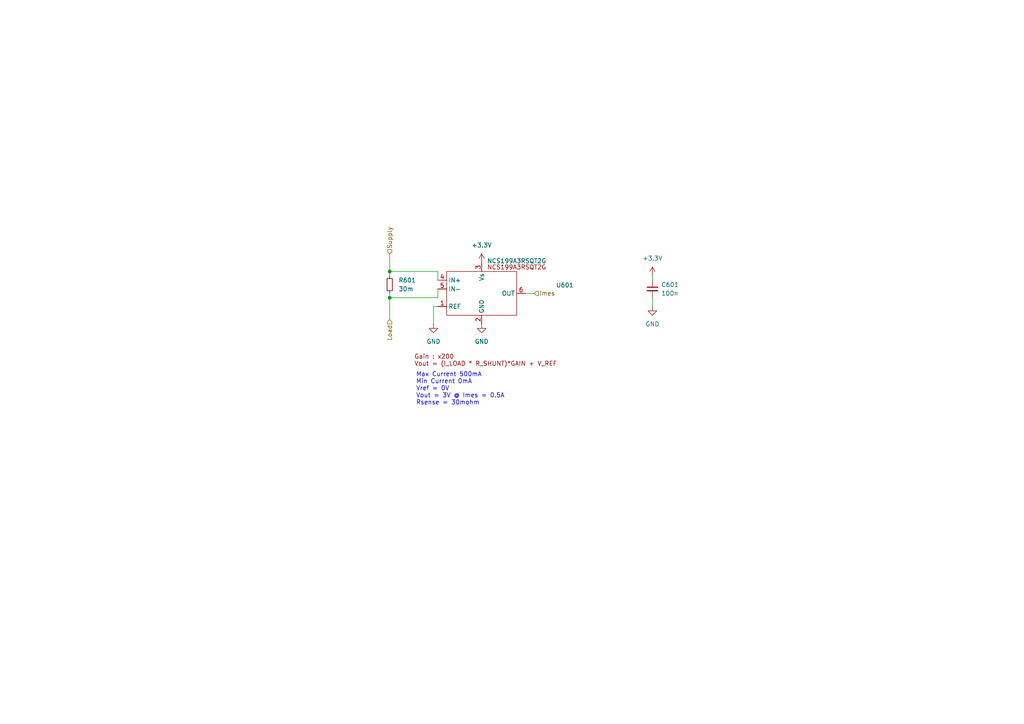
<source format=kicad_sch>
(kicad_sch (version 20231120) (generator "eeschema") (generator_version "8.0")
  (paper "A4")
  (lib_symbols
    (symbol "Device:C_Small" (pin_numbers hide) (pin_names (offset 0.254) hide)
      (property "Reference" "C" (at 0.254 1.778 0))
      (property "Value" "C_Small" (at 0.254 -2.032 0))
      (symbol "C_Small_0_1"
        (polyline (pts (xy -1.524 -0.508) (xy 1.524 -0.508)) (stroke (width 0.3302)))
        (polyline (pts (xy -1.524 0.508) (xy 1.524 0.508)) (stroke (width 0.3048)))
      )
      (symbol "C_Small_1_1"
        (pin passive line (at 0 2.54 270) (length 2.032) (name "~") (number "1"))
        (pin passive line (at 0 -2.54 90) (length 2.032) (name "~") (number "2"))
      )
    )
    (symbol "Device:R_Small" (pin_numbers hide) (pin_names (offset 0.254) hide)
      (property "Reference" "R" (at 0.762 0.508 0))
      (property "Value" "R_Small" (at 0.762 -1.016 0))
      (symbol "R_Small_0_1"
        (rectangle (start -0.762 1.778) (end 0.762 -1.778) (stroke (width 0.2032)))
      )
      (symbol "R_Small_1_1"
        (pin passive line (at 0 2.54 270) (length 0.762) (name "~") (number "1"))
        (pin passive line (at 0 -2.54 90) (length 0.762) (name "~") (number "2"))
      )
    )
    (symbol "NCS199A3RSQT2G:NCS199A3RSQT2G"
      (property "Reference" "U" (at -9.652 7.62 0))
      (symbol "NCS199A3RSQT2G_1_1"
        (rectangle (start -10.16 6.35) (end 10.16 -6.35))
        (text "Gain : x200\nVout = (I_LOAD * R_SHUNT)*GAIN + V_REF" (at -19.558 -19.304 0) (effects (font (size 1.27 1.27)) (justify left)))
        (text "NCS199A3RSQT2G" (at 10.16 7.62 0) (effects (font (size 1.27 1.27))))
        (pin input line (at -12.7 -3.81 0) (length 2.54) (name "REF") (number "1"))
        (pin power_in line (at 0 -8.89 90) (length 2.54) (name "GND") (number "2"))
        (pin power_in line (at 0 8.89 270) (length 2.54) (name "Vs") (number "3"))
        (pin input line (at -12.7 3.81 0) (length 2.54) (name "IN+") (number "4"))
        (pin input line (at -12.7 1.27 0) (length 2.54) (name "IN-") (number "5"))
        (pin output line (at 12.7 0 180) (length 2.54) (name "OUT") (number "6"))
      )
    )
    (symbol "power:+3.3V" (power) (pin_numbers hide) (pin_names (offset 0) hide)
      (property "Value" "+3.3V" (at 0 3.556 0))
      (symbol "+3.3V_0_1"
        (polyline (pts (xy -0.762 1.27) (xy 0 2.54)))
        (polyline (pts (xy 0 0) (xy 0 2.54)))
        (polyline (pts (xy 0 2.54) (xy 0.762 1.27)))
      )
      (symbol "+3.3V_1_1"
        (pin power_in line (at 0 0 90) (length 0) (name "~") (number "1"))
      )
    )
    (symbol "power:GND" (power) (pin_numbers hide) (pin_names (offset 0) hide)
      (property "Value" "GND" (at 0 -3.81 0))
      (symbol "GND_0_1"
        (polyline (pts (xy 0 0) (xy 0 -1.27) (xy 1.27 -1.27) (xy 0 -2.54) (xy -1.27 -1.27) (xy 0 -1.27)))
      )
      (symbol "GND_1_1"
        (pin power_in line (at 0 0 270) (length 0) (name "~") (number "1"))
      )
    )
  )
  (junction (at 113.03 78.74))
  (junction (at 113.03 86.36))
  (wire (pts (xy 189.23 86.36) (xy 189.23 88.9)))
  (wire (pts (xy 113.03 78.74) (xy 113.03 80.01)))
  (wire (pts (xy 154.94 85.09) (xy 152.4 85.09)))
  (wire (pts (xy 127 86.36) (xy 113.03 86.36)))
  (wire (pts (xy 113.03 86.36) (xy 113.03 92.71)))
  (wire (pts (xy 127 81.28) (xy 127 78.74)))
  (wire (pts (xy 113.03 85.09) (xy 113.03 86.36)))
  (wire (pts (xy 113.03 73.66) (xy 113.03 78.74)))
  (wire (pts (xy 127 88.9) (xy 125.73 88.9)))
  (wire (pts (xy 127 83.82) (xy 127 86.36)))
  (wire (pts (xy 125.73 88.9) (xy 125.73 93.98)))
  (wire (pts (xy 189.23 80.01) (xy 189.23 81.28)))
  (wire (pts (xy 113.03 78.74) (xy 127 78.74)))
  (text "Max Current 500mA\nMin Current 0mA\nVref = 0V\nVout = 3V @ Imes = 0.5A\nRsense = 30mohm" (at 120.65 107.95 0) (effects (font (size 1.27 1.27)) (justify left top)))
  (hierarchical_label "Load" (shape input) (at 113.03 92.71 270))
  (hierarchical_label "Imes" (shape input) (at 154.94 85.09 0))
  (hierarchical_label "Supply" (shape input) (at 113.03 73.66 90))
  (symbol (lib_id "power:GND") (at 125.73 93.98 0) (unit 1)
    (property "Reference" "#PWR0601" (effects (hide yes)))
    (property "Value" "GND" (at 125.73 99.06 0))
    (property "Description" "Power symbol creates a global label with name \"GND\" , ground" (effects (hide yes)))
  )
  (symbol (lib_id "NCS199A3RSQT2G:NCS199A3RSQT2G") (at 139.7 85.09 0) (unit 1)
    (property "Reference" "U601" (at 163.83 82.712 0))
    (property "Value" "NCS199A3RSQT2G" (at 149.86 75.692 0))
    (property "Footprint" "Package_TO_SOT_SMD:SOT-363_SC-70-6" (effects (hide yes)))
    (property "Datasheet" "https://www.mouser.fr/datasheet/2/308/1/NCS199A1R_D-2317315.pdf" (effects (hide yes)))
    (property "MPN" "NCS199A3RSQT2G" (effects (hide yes)))
  )
  (symbol (lib_id "Device:C_Small") (at 189.23 83.82 0) (unit 1)
    (property "Reference" "C601" (at 191.77 82.5562 0) (effects (justify left)))
    (property "Value" "100n" (at 191.77 85.0962 0) (effects (justify left)))
    (property "Footprint" "Capacitor_SMD:C_0402_1005Metric" (effects (hide yes)))
    (property "Description" "Unpolarized capacitor, small symbol" (effects (hide yes)))
  )
  (symbol (lib_id "power:GND") (at 139.7 93.98 0) (unit 1)
    (property "Reference" "#PWR0603" (effects (hide yes)))
    (property "Value" "GND" (at 139.7 99.06 0))
    (property "Description" "Power symbol creates a global label with name \"GND\" , ground" (effects (hide yes)))
  )
  (symbol (lib_id "power:GND") (at 189.23 88.9 0) (unit 1)
    (property "Reference" "#PWR0605" (effects (hide yes)))
    (property "Value" "GND" (at 189.23 93.98 0))
    (property "Description" "Power symbol creates a global label with name \"GND\" , ground" (effects (hide yes)))
  )
  (symbol (lib_id "power:+3.3V") (at 189.23 80.01 0) (unit 1)
    (property "Reference" "#PWR0604" (effects (hide yes)))
    (property "Value" "+3.3V" (at 189.23 74.93 0))
    (property "Description" "Power symbol creates a global label with name \"+3.3V\"" (effects (hide yes)))
  )
  (symbol (lib_id "power:+3.3V") (at 139.7 76.2 0) (unit 1)
    (property "Reference" "#PWR0602" (effects (hide yes)))
    (property "Value" "+3.3V" (at 139.7 71.12 0))
    (property "Description" "Power symbol creates a global label with name \"+3.3V\"" (effects (hide yes)))
  )
  (symbol (lib_id "Device:R_Small") (at 113.03 82.55 0) (unit 1)
    (property "Reference" "R601" (at 115.57 81.2799 0) (effects (justify left)))
    (property "Value" "30m" (at 115.57 83.8199 0) (effects (justify left)))
    (property "Footprint" "Resistor_SMD:R_0402_1005Metric" (effects (hide yes)))
    (property "Description" "Resistor, small symbol" (effects (hide yes)))
    (property "MPN" "ERJ2RKF30R1X" (effects (hide yes)))
  )
)
</source>
